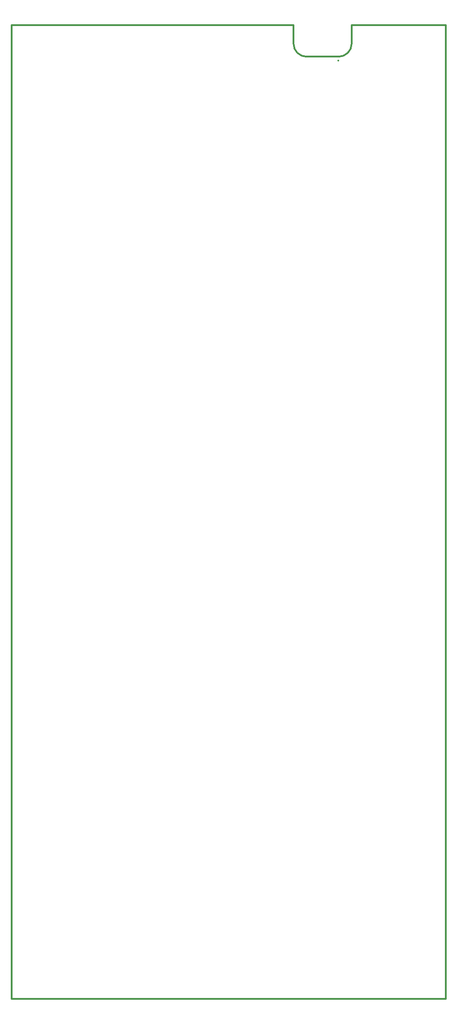
<source format=gko>
G04 Layer: BoardOutline*
G04 EasyEDA v6.4.7, 2020-11-30T22:32:52--5:00*
G04 76768ecdb7b1411bbbfdaf268766b05e,f351316c249842cba096f2da4b91d990,10*
G04 Gerber Generator version 0.2*
G04 Scale: 100 percent, Rotated: No, Reflected: No *
G04 Dimensions in millimeters *
G04 leading zeros omitted , absolute positions ,3 integer and 3 decimal *
%FSLAX33Y33*%
%MOMM*%
G90*
D02*

%ADD10C,0.299999*%
G54D10*
G01X0Y183750D02*
G01X0Y0D01*
G01X81999Y0D01*
G01X81999Y183750D01*
G01X64249Y183750D02*
G01X64249Y180242D01*
G01X53249Y183750D02*
G01X53249Y180242D01*
G01X53249Y183750D02*
G01X0Y183750D01*
G01X64249Y183750D02*
G01X81999Y183750D01*
G01X55750Y177750D02*
G01X61749Y177750D01*
G75*
G01X53250Y180250D02*
G03X55750Y177750I2500J0D01*
G01*
G75*
G01X64250Y180250D02*
G02X61750Y177750I-2500J0D01*
G01*
G01*
X61750Y177000D02*
X61750Y177000D01*

%LPD*%
M00*
M02*

</source>
